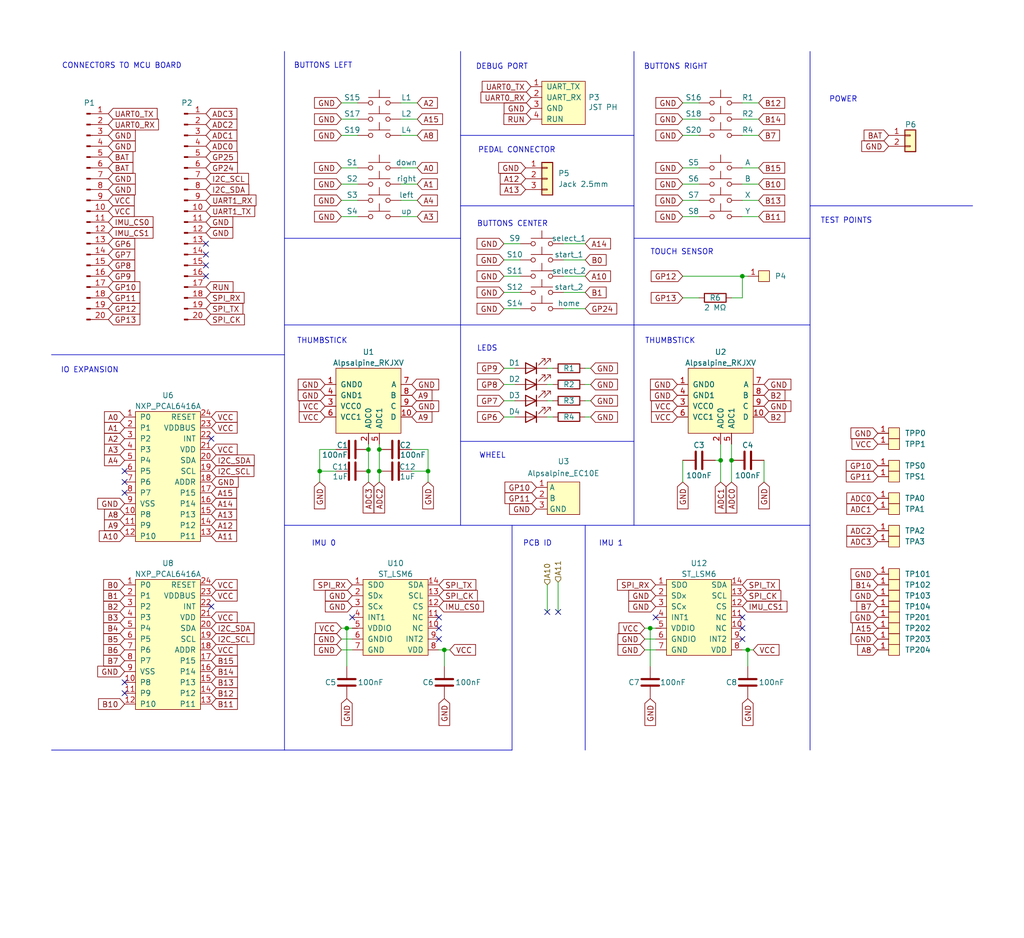
<source format=kicad_sch>
(kicad_sch (version 20231120) (generator "eeschema") (generator_version "8.0")
  (paper "User" 240.005 220.015)
  (title_block (title "Alpakka") (company "Input Labs Oy."))
  (junction (at 88.9 110.49))
  (junction (at 86.36 105.41))
  (junction (at 100.33 110.49))
  (junction (at 88.9 105.41))
  (junction (at 86.36 110.49))
  (junction (at 104.14 152.4))
  (junction (at 175.26 152.4))
  (junction (at 81.28 147.32))
  (junction (at 173.99 64.77))
  (junction (at 168.91 107.95))
  (junction (at 74.93 110.49))
  (junction (at 171.45 107.95))
  (junction (at 152.4 147.32))
  (no_connect (at 130.81 143.51))
  (no_connect (at 48.26 64.77))
  (no_connect (at 29.21 160.02))
  (no_connect (at 82.55 144.78))
  (no_connect (at 153.67 144.78))
  (no_connect (at 128.27 143.51))
  (no_connect (at 49.53 142.24))
  (no_connect (at 173.99 149.86))
  (no_connect (at 173.99 144.78))
  (no_connect (at 29.21 113.03))
  (no_connect (at 48.26 57.15))
  (no_connect (at 102.87 149.86))
  (no_connect (at 29.21 110.49))
  (no_connect (at 48.26 59.69))
  (no_connect (at 102.87 147.32))
  (no_connect (at 49.53 102.87))
  (no_connect (at 29.21 162.56))
  (no_connect (at 29.21 115.57))
  (no_connect (at 173.99 147.32))
  (no_connect (at 102.87 144.78))
  (no_connect (at 48.26 62.23))
  (wire (pts (xy 173.99 24.13) (xy 177.8 24.13)))
  (wire (pts (xy 80.01 149.86) (xy 82.55 149.86)))
  (wire (pts (xy 160.02 69.85) (xy 163.83 69.85)))
  (polyline (pts (xy 66.675 123.19) (xy 189.865 123.19)))
  (polyline (pts (xy 189.865 48.26) (xy 227.965 48.26)))
  (polyline (pts (xy 107.95 103.505) (xy 148.59 103.505)))
  (wire (pts (xy 153.67 147.32) (xy 152.4 147.32)))
  (wire (pts (xy 160.02 46.99) (xy 163.83 46.99)))
  (wire (pts (xy 80.01 27.94) (xy 83.82 27.94)))
  (wire (pts (xy 129.54 93.98) (xy 128.27 93.98)))
  (wire (pts (xy 81.28 147.32) (xy 80.01 147.32)))
  (polyline (pts (xy 189.865 76.2) (xy 148.59 76.2)))
  (wire (pts (xy 138.43 90.17) (xy 137.16 90.17)))
  (wire (pts (xy 80.01 43.18) (xy 83.82 43.18)))
  (wire (pts (xy 132.08 72.39) (xy 137.16 72.39)))
  (wire (pts (xy 168.91 107.95) (xy 168.91 113.03)))
  (wire (pts (xy 118.11 68.58) (xy 121.92 68.58)))
  (wire (pts (xy 80.01 24.13) (xy 83.82 24.13)))
  (polyline (pts (xy 148.59 76.2) (xy 107.95 76.2)))
  (wire (pts (xy 74.93 110.49) (xy 74.93 113.03)))
  (wire (pts (xy 173.99 43.18) (xy 177.8 43.18)))
  (wire (pts (xy 171.45 104.14) (xy 171.45 107.95)))
  (wire (pts (xy 93.98 31.75) (xy 97.79 31.75)))
  (wire (pts (xy 173.99 39.37) (xy 177.8 39.37)))
  (wire (pts (xy 132.08 68.58) (xy 137.16 68.58)))
  (wire (pts (xy 88.9 110.49) (xy 88.9 113.03)))
  (wire (pts (xy 93.98 43.18) (xy 97.79 43.18)))
  (wire (pts (xy 86.36 104.14) (xy 86.36 105.41)))
  (wire (pts (xy 138.43 86.36) (xy 137.16 86.36)))
  (wire (pts (xy 171.45 69.85) (xy 173.99 69.85)))
  (wire (pts (xy 100.33 105.41) (xy 100.33 110.49)))
  (wire (pts (xy 88.9 105.41) (xy 88.9 110.49)))
  (wire (pts (xy 179.07 113.03) (xy 179.07 107.95)))
  (wire (pts (xy 173.99 64.77) (xy 175.26 64.77)))
  (wire (pts (xy 128.27 137.16) (xy 128.27 143.51)))
  (wire (pts (xy 151.13 149.86) (xy 153.67 149.86)))
  (wire (pts (xy 82.55 147.32) (xy 81.28 147.32)))
  (wire (pts (xy 175.26 152.4) (xy 175.26 156.21)))
  (wire (pts (xy 173.99 31.75) (xy 177.8 31.75)))
  (wire (pts (xy 173.99 64.77) (xy 173.99 69.85)))
  (wire (pts (xy 102.87 152.4) (xy 104.14 152.4)))
  (wire (pts (xy 86.36 110.49) (xy 86.36 113.03)))
  (polyline (pts (xy 12.065 175.895) (xy 120.015 175.895)))
  (wire (pts (xy 132.08 57.15) (xy 137.16 57.15)))
  (wire (pts (xy 74.93 105.41) (xy 74.93 110.49)))
  (wire (pts (xy 175.26 152.4) (xy 176.53 152.4)))
  (wire (pts (xy 132.08 60.96) (xy 137.16 60.96)))
  (wire (pts (xy 160.02 27.94) (xy 163.83 27.94)))
  (wire (pts (xy 171.45 107.95) (xy 171.45 113.03)))
  (wire (pts (xy 151.13 152.4) (xy 153.67 152.4)))
  (wire (pts (xy 129.54 97.79) (xy 128.27 97.79)))
  (wire (pts (xy 160.02 31.75) (xy 163.83 31.75)))
  (wire (pts (xy 86.36 105.41) (xy 86.36 110.49)))
  (wire (pts (xy 93.98 39.37) (xy 97.79 39.37)))
  (wire (pts (xy 100.33 110.49) (xy 100.33 113.03)))
  (wire (pts (xy 173.99 46.99) (xy 177.8 46.99)))
  (wire (pts (xy 93.98 50.8) (xy 97.79 50.8)))
  (wire (pts (xy 129.54 90.17) (xy 128.27 90.17)))
  (wire (pts (xy 118.11 93.98) (xy 120.65 93.98)))
  (polyline (pts (xy 107.95 48.26) (xy 148.59 48.26)))
  (wire (pts (xy 118.11 72.39) (xy 121.92 72.39)))
  (wire (pts (xy 118.11 86.36) (xy 120.65 86.36)))
  (wire (pts (xy 160.02 107.95) (xy 160.02 113.03)))
  (wire (pts (xy 132.08 64.77) (xy 137.16 64.77)))
  (wire (pts (xy 96.52 110.49) (xy 100.33 110.49)))
  (polyline (pts (xy 12.065 83.185) (xy 66.675 83.185)))
  (wire (pts (xy 80.01 39.37) (xy 83.82 39.37)))
  (wire (pts (xy 80.01 50.8) (xy 83.82 50.8)))
  (wire (pts (xy 80.01 152.4) (xy 82.55 152.4)))
  (wire (pts (xy 118.11 57.15) (xy 121.92 57.15)))
  (polyline (pts (xy 137.16 123.19) (xy 137.16 175.895)))
  (wire (pts (xy 88.9 104.14) (xy 88.9 105.41)))
  (wire (pts (xy 93.98 24.13) (xy 97.79 24.13)))
  (polyline (pts (xy 148.59 12.065) (xy 148.59 123.19)))
  (wire (pts (xy 104.14 152.4) (xy 105.41 152.4)))
  (wire (pts (xy 104.14 152.4) (xy 104.14 156.21)))
  (wire (pts (xy 74.93 110.49) (xy 78.74 110.49)))
  (wire (pts (xy 173.99 152.4) (xy 175.26 152.4)))
  (wire (pts (xy 160.02 43.18) (xy 163.83 43.18)))
  (wire (pts (xy 118.11 64.77) (xy 121.92 64.77)))
  (polyline (pts (xy 66.675 55.88) (xy 107.95 55.88)))
  (polyline (pts (xy 107.95 76.2) (xy 66.675 76.2)))
  (wire (pts (xy 118.11 60.96) (xy 121.92 60.96)))
  (polyline (pts (xy 107.95 31.75) (xy 148.59 31.75)))
  (wire (pts (xy 93.98 46.99) (xy 97.79 46.99)))
  (wire (pts (xy 80.01 46.99) (xy 83.82 46.99)))
  (wire (pts (xy 152.4 147.32) (xy 151.13 147.32)))
  (wire (pts (xy 160.02 50.8) (xy 163.83 50.8)))
  (wire (pts (xy 138.43 93.98) (xy 137.16 93.98)))
  (wire (pts (xy 80.01 31.75) (xy 83.82 31.75)))
  (polyline (pts (xy 120.015 175.895) (xy 120.015 123.19)))
  (wire (pts (xy 173.99 50.8) (xy 177.8 50.8)))
  (wire (pts (xy 160.02 24.13) (xy 163.83 24.13)))
  (wire (pts (xy 173.99 64.77) (xy 160.02 64.77)))
  (wire (pts (xy 96.52 105.41) (xy 100.33 105.41)))
  (wire (pts (xy 130.81 136.525) (xy 130.81 143.51)))
  (wire (pts (xy 160.02 39.37) (xy 163.83 39.37)))
  (wire (pts (xy 129.54 86.36) (xy 128.27 86.36)))
  (wire (pts (xy 118.11 90.17) (xy 120.65 90.17)))
  (wire (pts (xy 74.93 105.41) (xy 78.74 105.41)))
  (wire (pts (xy 173.99 27.94) (xy 177.8 27.94)))
  (wire (pts (xy 93.98 27.94) (xy 97.79 27.94)))
  (wire (pts (xy 118.11 97.79) (xy 120.65 97.79)))
  (polyline (pts (xy 66.675 12.065) (xy 66.675 175.895)))
  (wire (pts (xy 168.91 107.95) (xy 167.64 107.95)))
  (wire (pts (xy 152.4 156.21) (xy 152.4 147.32)))
  (polyline (pts (xy 189.865 12.065) (xy 189.865 175.895)))
  (wire (pts (xy 138.43 97.79) (xy 137.16 97.79)))
  (polyline (pts (xy 107.95 12.065) (xy 107.95 123.19)))
  (wire (pts (xy 168.91 104.14) (xy 168.91 107.95)))
  (wire (pts (xy 81.28 156.21) (xy 81.28 147.32)))
  (polyline (pts (xy 148.59 55.88) (xy 189.865 55.88)))
  (text "WHEEL\n" (at 112.268 106.172 0) (effects (font (size 1.27 1.27)) (justify left top)))
  (text "DEBUG PORT" (at 111.506 14.986 0) (effects (font (size 1.27 1.27)) (justify left top)))
  (text "THUMBSTICK" (at 151.13 80.772 0) (effects (font (size 1.27 1.27)) (justify left bottom)))
  (text "THUMBSTICK" (at 69.596 80.772 0) (effects (font (size 1.27 1.27)) (justify left bottom)))
  (text "IMU 0" (at 73.025 128.27 0) (effects (font (size 1.27 1.27)) (justify left bottom)))
  (text "PCB ID" (at 122.555 128.27 0) (effects (font (size 1.27 1.27)) (justify left bottom)))
  (text "IMU 1" (at 140.335 128.27 0) (effects (font (size 1.27 1.27)) (justify left bottom)))
  (text "BUTTONS CENTER" (at 111.76 53.34 0) (effects (font (size 1.27 1.27)) (justify left bottom)))
  (text "TEST POINTS" (at 192.278 52.578 0) (effects (font (size 1.27 1.27)) (justify left bottom)))
  (text "CONNECTORS TO MCU BOARD\n" (at 14.478 16.256 0) (effects (font (size 1.27 1.27)) (justify left bottom)))
  (text "PEDAL CONNECTOR" (at 112.014 34.544 0) (effects (font (size 1.27 1.27)) (justify left top)))
  (text "TOUCH SENSOR" (at 152.4 59.944 0) (effects (font (size 1.27 1.27)) (justify left bottom)))
  (text "IO EXPANSION" (at 14.224 87.63 0) (effects (font (size 1.27 1.27)) (justify left bottom)))
  (text "LEDS" (at 111.76 82.55 0) (effects (font (size 1.27 1.27)) (justify left bottom)))
  (text "BUTTONS LEFT" (at 68.834 14.732 0) (effects (font (size 1.27 1.27)) (justify left top)))
  (text "BUTTONS RIGHT" (at 150.876 14.986 0) (effects (font (size 1.27 1.27)) (justify left top)))
  (text "POWER" (at 194.31 24.13 0) (effects (font (size 1.27 1.27)) (justify left bottom)))
  (global_label "B0" (shape input) (at 137.16 60.96 0) (property "Intersheetrefs" "${INTERSHEET_REFS}" (effects (hide yes))))
  (global_label "I2C_SCL" (shape input) (at 49.53 110.49 0) (property "Intersheetrefs" "${INTERSHEET_REFS}" (effects (hide yes))))
  (global_label "VCC" (shape input) (at 80.01 147.32 180) (property "Intersheetrefs" "${INTERSHEET_REFS}" (effects (hide yes))))
  (global_label "B12" (shape input) (at 177.8 24.13 0) (property "Intersheetrefs" "${INTERSHEET_REFS}" (effects (hide yes))))
  (global_label "GP11" (shape input) (at 205.74 111.76 180) (property "Intersheetrefs" "${INTERSHEET_REFS}" (effects (hide yes))))
  (global_label "GND" (shape input) (at 205.74 134.62 180) (property "Intersheetrefs" "${INTERSHEET_REFS}" (effects (hide yes))))
  (global_label "IMU_CS1" (shape input) (at 25.4 54.61 0) (property "Intersheetrefs" "${INTERSHEET_REFS}" (effects (hide yes))))
  (global_label "I2C_SCL" (shape input) (at 48.26 41.91 0) (property "Intersheetrefs" "${INTERSHEET_REFS}" (effects (hide yes))))
  (global_label "GND" (shape input) (at 80.01 152.4 180) (property "Intersheetrefs" "${INTERSHEET_REFS}" (effects (hide yes))))
  (global_label "GND" (shape input) (at 76.2 92.71 180) (property "Intersheetrefs" "${INTERSHEET_REFS}" (effects (hide yes))))
  (global_label "SPI_TX" (shape input) (at 48.26 72.39 0) (property "Intersheetrefs" "${INTERSHEET_REFS}" (effects (hide yes))))
  (global_label "GND" (shape input) (at 96.52 90.17 0) (property "Intersheetrefs" "${INTERSHEET_REFS}" (effects (hide yes))))
  (global_label "B14" (shape input) (at 205.74 137.16 180) (property "Intersheetrefs" "${INTERSHEET_REFS}" (effects (hide yes))))
  (global_label "GND" (shape input) (at 205.74 149.86 180) (property "Intersheetrefs" "${INTERSHEET_REFS}" (effects (hide yes))))
  (global_label "BAT" (shape input) (at 208.28 31.75 180) (property "Intersheetrefs" "${INTERSHEET_REFS}" (effects (hide yes))))
  (global_label "A15" (shape input) (at 49.53 115.57 0) (property "Intersheetrefs" "${INTERSHEET_REFS}" (effects (hide yes))))
  (global_label "A14" (shape input) (at 49.53 118.11 0) (property "Intersheetrefs" "${INTERSHEET_REFS}" (effects (hide yes))))
  (global_label "ADC0" (shape input) (at 205.74 116.84 180) (property "Intersheetrefs" "${INTERSHEET_REFS}" (effects (hide yes))))
  (global_label "GND" (shape input) (at 160.02 24.13 180) (property "Intersheetrefs" "${INTERSHEET_REFS}" (effects (hide yes))))
  (global_label "VCC" (shape input) (at 176.53 152.4 0) (property "Intersheetrefs" "${INTERSHEET_REFS}" (effects (hide yes))))
  (global_label "BAT" (shape input) (at 25.4 39.37 0) (property "Intersheetrefs" "${INTERSHEET_REFS}" (effects (hide yes))))
  (global_label "IMU_CS0" (shape input) (at 25.4 52.07 0) (property "Intersheetrefs" "${INTERSHEET_REFS}" (effects (hide yes))))
  (global_label "I2C_SDA" (shape input) (at 49.53 147.32 0) (property "Intersheetrefs" "${INTERSHEET_REFS}" (effects (hide yes))))
  (global_label "GND" (shape input) (at 138.43 86.36 0) (property "Intersheetrefs" "${INTERSHEET_REFS}" (effects (hide yes))))
  (global_label "A4" (shape input) (at 97.79 46.99 0) (property "Intersheetrefs" "${INTERSHEET_REFS}" (effects (hide yes))))
  (global_label "SPI_RX" (shape input) (at 153.67 137.16 180) (property "Intersheetrefs" "${INTERSHEET_REFS}" (effects (hide yes))))
  (global_label "GND" (shape input) (at 179.07 113.03 270) (property "Intersheetrefs" "${INTERSHEET_REFS}" (effects (hide yes))))
  (global_label "A4" (shape input) (at 29.21 107.95 180) (property "Intersheetrefs" "${INTERSHEET_REFS}" (effects (hide yes))))
  (global_label "VCC" (shape input) (at 49.53 144.78 0) (property "Intersheetrefs" "${INTERSHEET_REFS}" (effects (hide yes))))
  (global_label "GND" (shape input) (at 118.11 57.15 180) (property "Intersheetrefs" "${INTERSHEET_REFS}" (effects (hide yes))))
  (global_label "GP11" (shape input) (at 25.4 69.85 0) (property "Intersheetrefs" "${INTERSHEET_REFS}" (effects (hide yes))))
  (global_label "GND" (shape input) (at 118.11 72.39 180) (property "Intersheetrefs" "${INTERSHEET_REFS}" (effects (hide yes))))
  (global_label "GP10" (shape input) (at 25.4 67.31 0) (property "Intersheetrefs" "${INTERSHEET_REFS}" (effects (hide yes))))
  (global_label "SPI_CK" (shape input) (at 102.87 139.7 0) (property "Intersheetrefs" "${INTERSHEET_REFS}" (effects (hide yes))))
  (global_label "SPI_CK" (shape input) (at 48.26 74.93 0) (property "Intersheetrefs" "${INTERSHEET_REFS}" (effects (hide yes))))
  (global_label "GND" (shape input) (at 76.2 90.17 180) (property "Intersheetrefs" "${INTERSHEET_REFS}" (effects (hide yes))))
  (global_label "A8" (shape input) (at 205.74 152.4 180) (property "Intersheetrefs" "${INTERSHEET_REFS}" (effects (hide yes))))
  (global_label "I2C_SDA" (shape input) (at 49.53 107.95 0) (property "Intersheetrefs" "${INTERSHEET_REFS}" (effects (hide yes))))
  (global_label "GND" (shape input) (at 151.13 152.4 180) (property "Intersheetrefs" "${INTERSHEET_REFS}" (effects (hide yes))))
  (global_label "BAT" (shape input) (at 25.4 36.83 0) (property "Intersheetrefs" "${INTERSHEET_REFS}" (effects (hide yes))))
  (global_label "GND" (shape input) (at 96.52 95.25 0) (property "Intersheetrefs" "${INTERSHEET_REFS}" (effects (hide yes))))
  (global_label "GP9" (shape input) (at 25.4 64.77 0) (property "Intersheetrefs" "${INTERSHEET_REFS}" (effects (hide yes))))
  (global_label "VCC" (shape input) (at 49.53 152.4 0) (property "Intersheetrefs" "${INTERSHEET_REFS}" (effects (hide yes))))
  (global_label "ADC0" (shape input) (at 171.45 113.03 270) (property "Intersheetrefs" "${INTERSHEET_REFS}" (effects (hide yes))))
  (global_label "GND" (shape input) (at 48.26 52.07 0) (property "Intersheetrefs" "${INTERSHEET_REFS}" (effects (hide yes))))
  (global_label "B11" (shape input) (at 49.53 165.1 0) (property "Intersheetrefs" "${INTERSHEET_REFS}" (effects (hide yes))))
  (global_label "VCC" (shape input) (at 49.53 100.33 0) (property "Intersheetrefs" "${INTERSHEET_REFS}" (effects (hide yes))))
  (global_label "UART1_RX" (shape input) (at 48.26 46.99 0) (property "Intersheetrefs" "${INTERSHEET_REFS}" (effects (hide yes))))
  (global_label "GND" (shape input) (at 80.01 27.94 180) (property "Intersheetrefs" "${INTERSHEET_REFS}" (effects (hide yes))))
  (global_label "B1" (shape input) (at 137.16 68.58 0) (property "Intersheetrefs" "${INTERSHEET_REFS}" (effects (hide yes))))
  (global_label "GP6" (shape input) (at 118.11 97.79 180) (property "Intersheetrefs" "${INTERSHEET_REFS}" (effects (hide yes))))
  (global_label "SPI_RX" (shape input) (at 82.55 137.16 180) (property "Intersheetrefs" "${INTERSHEET_REFS}" (effects (hide yes))))
  (global_label "A9" (shape input) (at 29.21 123.19 180) (property "Intersheetrefs" "${INTERSHEET_REFS}" (effects (hide yes))))
  (global_label "A2" (shape input) (at 29.21 102.87 180) (property "Intersheetrefs" "${INTERSHEET_REFS}" (effects (hide yes))))
  (global_label "GP8" (shape input) (at 25.4 62.23 0) (property "Intersheetrefs" "${INTERSHEET_REFS}" (effects (hide yes))))
  (global_label "GND" (shape input) (at 118.11 60.96 180) (property "Intersheetrefs" "${INTERSHEET_REFS}" (effects (hide yes))))
  (global_label "GND" (shape input) (at 80.01 24.13 180) (property "Intersheetrefs" "${INTERSHEET_REFS}" (effects (hide yes))))
  (global_label "VCC" (shape input) (at 151.13 147.32 180) (property "Intersheetrefs" "${INTERSHEET_REFS}" (effects (hide yes))))
  (global_label "VCC" (shape input) (at 158.75 97.79 180) (property "Intersheetrefs" "${INTERSHEET_REFS}" (effects (hide yes))))
  (global_label "I2C_SDA" (shape input) (at 48.26 44.45 0) (property "Intersheetrefs" "${INTERSHEET_REFS}" (effects (hide yes))))
  (global_label "GND" (shape input) (at 138.43 97.79 0) (property "Intersheetrefs" "${INTERSHEET_REFS}" (effects (hide yes))))
  (global_label "A1" (shape input) (at 29.21 100.33 180) (property "Intersheetrefs" "${INTERSHEET_REFS}" (effects (hide yes))))
  (global_label "GP24" (shape input) (at 137.16 72.39 0) (property "Intersheetrefs" "${INTERSHEET_REFS}" (effects (hide yes))))
  (global_label "ADC1" (shape input) (at 168.91 113.03 270) (property "Intersheetrefs" "${INTERSHEET_REFS}" (effects (hide yes))))
  (global_label "GP13" (shape input) (at 160.02 69.85 180) (property "Intersheetrefs" "${INTERSHEET_REFS}" (effects (hide yes))))
  (global_label "GND" (shape input) (at 82.55 139.7 180) (property "Intersheetrefs" "${INTERSHEET_REFS}" (effects (hide yes))))
  (global_label "GND" (shape input) (at 160.02 31.75 180) (property "Intersheetrefs" "${INTERSHEET_REFS}" (effects (hide yes))))
  (global_label "GP11" (shape input) (at 125.73 116.84 180) (property "Intersheetrefs" "${INTERSHEET_REFS}" (effects (hide yes))))
  (global_label "B3" (shape input) (at 29.21 144.78 180) (property "Intersheetrefs" "${INTERSHEET_REFS}" (effects (hide yes))))
  (global_label "B2" (shape input) (at 29.21 142.24 180) (property "Intersheetrefs" "${INTERSHEET_REFS}" (effects (hide yes))))
  (global_label "GP9" (shape input) (at 118.11 86.36 180) (property "Intersheetrefs" "${INTERSHEET_REFS}" (effects (hide yes))))
  (global_label "B11" (shape input) (at 177.8 50.8 0) (property "Intersheetrefs" "${INTERSHEET_REFS}" (effects (hide yes))))
  (global_label "GND" (shape input) (at 153.67 139.7 180) (property "Intersheetrefs" "${INTERSHEET_REFS}" (effects (hide yes))))
  (global_label "SPI_CK" (shape input) (at 173.99 139.7 0) (property "Intersheetrefs" "${INTERSHEET_REFS}" (effects (hide yes))))
  (global_label "IMU_CS0" (shape input) (at 102.87 142.24 0) (property "Intersheetrefs" "${INTERSHEET_REFS}" (effects (hide yes))))
  (global_label "B15" (shape input) (at 49.53 154.94 0) (property "Intersheetrefs" "${INTERSHEET_REFS}" (effects (hide yes))))
  (global_label "ADC2" (shape input) (at 48.26 29.21 0) (property "Intersheetrefs" "${INTERSHEET_REFS}" (effects (hide yes))))
  (global_label "ADC3" (shape input) (at 205.74 127 180) (property "Intersheetrefs" "${INTERSHEET_REFS}" (effects (hide yes))))
  (global_label "GP12" (shape input) (at 160.02 64.77 180) (property "Intersheetrefs" "${INTERSHEET_REFS}" (effects (hide yes))))
  (global_label "VCC" (shape input) (at 49.53 139.7 0) (property "Intersheetrefs" "${INTERSHEET_REFS}" (effects (hide yes))))
  (global_label "A10" (shape input) (at 137.16 64.77 0) (property "Intersheetrefs" "${INTERSHEET_REFS}" (effects (hide yes))))
  (global_label "A0" (shape input) (at 97.79 39.37 0) (property "Intersheetrefs" "${INTERSHEET_REFS}" (effects (hide yes))))
  (global_label "A10" (shape input) (at 29.21 125.73 180) (property "Intersheetrefs" "${INTERSHEET_REFS}" (effects (hide yes))))
  (global_label "GND" (shape input) (at 205.74 144.78 180) (property "Intersheetrefs" "${INTERSHEET_REFS}" (effects (hide yes))))
  (global_label "A3" (shape input) (at 29.21 105.41 180) (property "Intersheetrefs" "${INTERSHEET_REFS}" (effects (hide yes))))
  (global_label "GND" (shape input) (at 104.14 163.83 270) (property "Intersheetrefs" "${INTERSHEET_REFS}" (effects (hide yes))))
  (global_label "GND" (shape input) (at 80.01 39.37 180) (property "Intersheetrefs" "${INTERSHEET_REFS}" (effects (hide yes))))
  (global_label "GP7" (shape input) (at 118.11 93.98 180) (property "Intersheetrefs" "${INTERSHEET_REFS}" (effects (hide yes))))
  (global_label "GND" (shape input) (at 80.01 31.75 180) (property "Intersheetrefs" "${INTERSHEET_REFS}" (effects (hide yes))))
  (global_label "GP12" (shape input) (at 25.4 72.39 0) (property "Intersheetrefs" "${INTERSHEET_REFS}" (effects (hide yes))))
  (global_label "GND" (shape input) (at 49.53 113.03 0) (property "Intersheetrefs" "${INTERSHEET_REFS}" (effects (hide yes))))
  (global_label "GND" (shape input) (at 74.93 113.03 270) (property "Intersheetrefs" "${INTERSHEET_REFS}" (effects (hide yes))))
  (global_label "A2" (shape input) (at 97.79 24.13 0) (property "Intersheetrefs" "${INTERSHEET_REFS}" (effects (hide yes))))
  (global_label "VCC" (shape input) (at 76.2 97.79 180) (property "Intersheetrefs" "${INTERSHEET_REFS}" (effects (hide yes))))
  (global_label "B0" (shape input) (at 29.21 137.16 180) (property "Intersheetrefs" "${INTERSHEET_REFS}" (effects (hide yes))))
  (global_label "GP7" (shape input) (at 25.4 59.69 0) (property "Intersheetrefs" "${INTERSHEET_REFS}" (effects (hide yes))))
  (global_label "A14" (shape input) (at 137.16 57.15 0) (property "Intersheetrefs" "${INTERSHEET_REFS}" (effects (hide yes))))
  (global_label "GND" (shape input) (at 179.07 95.25 0) (property "Intersheetrefs" "${INTERSHEET_REFS}" (effects (hide yes))))
  (global_label "GP25" (shape input) (at 48.26 36.83 0) (property "Intersheetrefs" "${INTERSHEET_REFS}" (effects (hide yes))))
  (global_label "ADC3" (shape input) (at 86.36 113.03 270) (property "Intersheetrefs" "${INTERSHEET_REFS}" (effects (hide yes))))
  (global_label "GND" (shape input) (at 81.28 163.83 270) (property "Intersheetrefs" "${INTERSHEET_REFS}" (effects (hide yes))))
  (global_label "GND" (shape input) (at 158.75 90.17 180) (property "Intersheetrefs" "${INTERSHEET_REFS}" (effects (hide yes))))
  (global_label "VCC" (shape input) (at 205.74 104.14 180) (property "Intersheetrefs" "${INTERSHEET_REFS}" (effects (hide yes))))
  (global_label "A9" (shape input) (at 96.52 92.71 0) (property "Intersheetrefs" "${INTERSHEET_REFS}" (effects (hide yes))))
  (global_label "SPI_TX" (shape input) (at 102.87 137.16 0) (property "Intersheetrefs" "${INTERSHEET_REFS}" (effects (hide yes))))
  (global_label "GND" (shape input) (at 25.4 31.75 0) (property "Intersheetrefs" "${INTERSHEET_REFS}" (effects (hide yes))))
  (global_label "GP24" (shape input) (at 48.26 39.37 0) (property "Intersheetrefs" "${INTERSHEET_REFS}" (effects (hide yes))))
  (global_label "GND" (shape input) (at 152.4 163.83 270) (property "Intersheetrefs" "${INTERSHEET_REFS}" (effects (hide yes))))
  (global_label "B10" (shape input) (at 177.8 43.18 0) (property "Intersheetrefs" "${INTERSHEET_REFS}" (effects (hide yes))))
  (global_label "A13" (shape input) (at 123.19 44.45 180) (property "Intersheetrefs" "${INTERSHEET_REFS}" (effects (hide yes))))
  (global_label "ADC0" (shape input) (at 48.26 34.29 0) (property "Intersheetrefs" "${INTERSHEET_REFS}" (effects (hide yes))))
  (global_label "GND" (shape input) (at 124.46 25.4 180) (property "Intersheetrefs" "${INTERSHEET_REFS}" (effects (hide yes))))
  (global_label "GP6" (shape input) (at 25.4 57.15 0) (property "Intersheetrefs" "${INTERSHEET_REFS}" (effects (hide yes))))
  (global_label "A8" (shape input) (at 97.79 31.75 0) (property "Intersheetrefs" "${INTERSHEET_REFS}" (effects (hide yes))))
  (global_label "GND" (shape input) (at 160.02 43.18 180) (property "Intersheetrefs" "${INTERSHEET_REFS}" (effects (hide yes))))
  (global_label "RUN" (shape input) (at 48.26 67.31 0) (property "Intersheetrefs" "${INTERSHEET_REFS}" (effects (hide yes))))
  (global_label "B5" (shape input) (at 29.21 149.86 180) (property "Intersheetrefs" "${INTERSHEET_REFS}" (effects (hide yes))))
  (global_label "I2C_SCL" (shape input) (at 49.53 149.86 0) (property "Intersheetrefs" "${INTERSHEET_REFS}" (effects (hide yes))))
  (global_label "VCC" (shape input) (at 25.4 49.53 0) (property "Intersheetrefs" "${INTERSHEET_REFS}" (effects (hide yes))))
  (global_label "UART0_TX" (shape input) (at 124.46 20.32 180) (property "Intersheetrefs" "${INTERSHEET_REFS}" (effects (hide yes))))
  (global_label "SPI_TX" (shape input) (at 173.99 137.16 0) (property "Intersheetrefs" "${INTERSHEET_REFS}" (effects (hide yes))))
  (global_label "A3" (shape input) (at 97.79 50.8 0) (property "Intersheetrefs" "${INTERSHEET_REFS}" (effects (hide yes))))
  (global_label "UART0_TX" (shape input) (at 25.4 26.67 0) (property "Intersheetrefs" "${INTERSHEET_REFS}" (effects (hide yes))))
  (global_label "GND" (shape input) (at 138.43 90.17 0) (property "Intersheetrefs" "${INTERSHEET_REFS}" (effects (hide yes))))
  (global_label "VCC" (shape input) (at 158.75 95.25 180) (property "Intersheetrefs" "${INTERSHEET_REFS}" (effects (hide yes))))
  (global_label "GND" (shape input) (at 151.13 149.86 180) (property "Intersheetrefs" "${INTERSHEET_REFS}" (effects (hide yes))))
  (global_label "GND" (shape input) (at 160.02 46.99 180) (property "Intersheetrefs" "${INTERSHEET_REFS}" (effects (hide yes))))
  (global_label "GND" (shape input) (at 205.74 139.7 180) (property "Intersheetrefs" "${INTERSHEET_REFS}" (effects (hide yes))))
  (global_label "B10" (shape input) (at 29.21 165.1 180) (property "Intersheetrefs" "${INTERSHEET_REFS}" (effects (hide yes))))
  (global_label "IMU_CS1" (shape input) (at 173.99 142.24 0) (property "Intersheetrefs" "${INTERSHEET_REFS}" (effects (hide yes))))
  (global_label "B6" (shape input) (at 29.21 152.4 180) (property "Intersheetrefs" "${INTERSHEET_REFS}" (effects (hide yes))))
  (global_label "GND" (shape input) (at 160.02 27.94 180) (property "Intersheetrefs" "${INTERSHEET_REFS}" (effects (hide yes))))
  (global_label "ADC1" (shape input) (at 205.74 119.38 180) (property "Intersheetrefs" "${INTERSHEET_REFS}" (effects (hide yes))))
  (global_label "GND" (shape input) (at 25.4 41.91 0) (property "Intersheetrefs" "${INTERSHEET_REFS}" (effects (hide yes))))
  (global_label "GND" (shape input) (at 80.01 149.86 180) (property "Intersheetrefs" "${INTERSHEET_REFS}" (effects (hide yes))))
  (global_label "GND" (shape input) (at 100.33 113.03 270) (property "Intersheetrefs" "${INTERSHEET_REFS}" (effects (hide yes))))
  (global_label "B7" (shape input) (at 177.8 31.75 0) (property "Intersheetrefs" "${INTERSHEET_REFS}" (effects (hide yes))))
  (global_label "GND" (shape input) (at 29.21 157.48 180) (property "Intersheetrefs" "${INTERSHEET_REFS}" (effects (hide yes))))
  (global_label "UART1_TX" (shape input) (at 48.26 49.53 0) (property "Intersheetrefs" "${INTERSHEET_REFS}" (effects (hide yes))))
  (global_label "B14" (shape input) (at 49.53 157.48 0) (property "Intersheetrefs" "${INTERSHEET_REFS}" (effects (hide yes))))
  (global_label "B12" (shape input) (at 49.53 162.56 0) (property "Intersheetrefs" "${INTERSHEET_REFS}" (effects (hide yes))))
  (global_label "GP13" (shape input) (at 25.4 74.93 0) (property "Intersheetrefs" "${INTERSHEET_REFS}" (effects (hide yes))))
  (global_label "B13" (shape input) (at 177.8 46.99 0) (property "Intersheetrefs" "${INTERSHEET_REFS}" (effects (hide yes))))
  (global_label "GND" (shape input) (at 80.01 46.99 180) (property "Intersheetrefs" "${INTERSHEET_REFS}" (effects (hide yes))))
  (global_label "GND" (shape input) (at 48.26 54.61 0) (property "Intersheetrefs" "${INTERSHEET_REFS}" (effects (hide yes))))
  (global_label "GND" (shape input) (at 208.28 34.29 180) (property "Intersheetrefs" "${INTERSHEET_REFS}" (effects (hide yes))))
  (global_label "A0" (shape input) (at 29.21 97.79 180) (property "Intersheetrefs" "${INTERSHEET_REFS}" (effects (hide yes))))
  (global_label "GND" (shape input) (at 158.75 92.71 180) (property "Intersheetrefs" "${INTERSHEET_REFS}" (effects (hide yes))))
  (global_label "B1" (shape input) (at 29.21 139.7 180) (property "Intersheetrefs" "${INTERSHEET_REFS}" (effects (hide yes))))
  (global_label "SPI_RX" (shape input) (at 48.26 69.85 0) (property "Intersheetrefs" "${INTERSHEET_REFS}" (effects (hide yes))))
  (global_label "ADC3" (shape input) (at 48.26 26.67 0) (property "Intersheetrefs" "${INTERSHEET_REFS}" (effects (hide yes))))
  (global_label "VCC" (shape input) (at 25.4 46.99 0) (property "Intersheetrefs" "${INTERSHEET_REFS}" (effects (hide yes))))
  (global_label "VCC" (shape input) (at 49.53 97.79 0) (property "Intersheetrefs" "${INTERSHEET_REFS}" (effects (hide yes))))
  (global_label "VCC" (shape input) (at 105.41 152.4 0) (property "Intersheetrefs" "${INTERSHEET_REFS}" (effects (hide yes))))
  (global_label "B15" (shape input) (at 177.8 39.37 0) (property "Intersheetrefs" "${INTERSHEET_REFS}" (effects (hide yes))))
  (global_label "GND" (shape input) (at 123.19 39.37 180) (property "Intersheetrefs" "${INTERSHEET_REFS}" (effects (hide yes))))
  (global_label "VCC" (shape input) (at 49.53 137.16 0) (property "Intersheetrefs" "${INTERSHEET_REFS}" (effects (hide yes))))
  (global_label "GND" (shape input) (at 138.43 93.98 0) (property "Intersheetrefs" "${INTERSHEET_REFS}" (effects (hide yes))))
  (global_label "GND" (shape input) (at 118.11 64.77 180) (property "Intersheetrefs" "${INTERSHEET_REFS}" (effects (hide yes))))
  (global_label "A12" (shape input) (at 49.53 123.19 0) (property "Intersheetrefs" "${INTERSHEET_REFS}" (effects (hide yes))))
  (global_label "GND" (shape input) (at 153.67 142.24 180) (property "Intersheetrefs" "${INTERSHEET_REFS}" (effects (hide yes))))
  (global_label "GND" (shape input) (at 160.02 50.8 180) (property "Intersheetrefs" "${INTERSHEET_REFS}" (effects (hide yes))))
  (global_label "GND" (shape input) (at 80.01 50.8 180) (property "Intersheetrefs" "${INTERSHEET_REFS}" (effects (hide yes))))
  (global_label "GND" (shape input) (at 118.11 68.58 180) (property "Intersheetrefs" "${INTERSHEET_REFS}" (effects (hide yes))))
  (global_label "B2" (shape input) (at 179.07 92.71 0) (property "Intersheetrefs" "${INTERSHEET_REFS}" (effects (hide yes))))
  (global_label "GND" (shape input) (at 82.55 142.24 180) (property "Intersheetrefs" "${INTERSHEET_REFS}" (effects (hide yes))))
  (global_label "GP10" (shape input) (at 125.73 114.3 180) (property "Intersheetrefs" "${INTERSHEET_REFS}" (effects (hide yes))))
  (global_label "GND" (shape input) (at 179.07 90.17 0) (property "Intersheetrefs" "${INTERSHEET_REFS}" (effects (hide yes))))
  (global_label "GND" (shape input) (at 25.4 44.45 0) (property "Intersheetrefs" "${INTERSHEET_REFS}" (effects (hide yes))))
  (global_label "GP10" (shape input) (at 205.74 109.22 180) (property "Intersheetrefs" "${INTERSHEET_REFS}" (effects (hide yes))))
  (global_label "UART0_RX" (shape input) (at 124.46 22.86 180) (property "Intersheetrefs" "${INTERSHEET_REFS}" (effects (hide yes))))
  (global_label "A15" (shape input) (at 205.74 147.32 180) (property "Intersheetrefs" "${INTERSHEET_REFS}" (effects (hide yes))))
  (global_label "A11" (shape input) (at 49.53 125.73 0) (property "Intersheetrefs" "${INTERSHEET_REFS}" (effects (hide yes))))
  (global_label "VCC" (shape input) (at 76.2 95.25 180) (property "Intersheetrefs" "${INTERSHEET_REFS}" (effects (hide yes))))
  (global_label "GP8" (shape input) (at 118.11 90.17 180) (property "Intersheetrefs" "${INTERSHEET_REFS}" (effects (hide yes))))
  (global_label "GND" (shape input) (at 160.02 39.37 180) (property "Intersheetrefs" "${INTERSHEET_REFS}" (effects (hide yes))))
  (global_label "GND" (shape input) (at 175.26 163.83 270) (property "Intersheetrefs" "${INTERSHEET_REFS}" (effects (hide yes))))
  (global_label "B14" (shape input) (at 177.8 27.94 0) (property "Intersheetrefs" "${INTERSHEET_REFS}" (effects (hide yes))))
  (global_label "A12" (shape input) (at 123.19 41.91 180) (property "Intersheetrefs" "${INTERSHEET_REFS}" (effects (hide yes))))
  (global_label "B7" (shape input) (at 205.74 142.24 180) (property "Intersheetrefs" "${INTERSHEET_REFS}" (effects (hide yes))))
  (global_label "ADC2" (shape input) (at 205.74 124.46 180) (property "Intersheetrefs" "${INTERSHEET_REFS}" (effects (hide yes))))
  (global_label "ADC2" (shape input) (at 88.9 113.03 270) (property "Intersheetrefs" "${INTERSHEET_REFS}" (effects (hide yes))))
  (global_label "GND" (shape input) (at 25.4 34.29 0) (property "Intersheetrefs" "${INTERSHEET_REFS}" (effects (hide yes))))
  (global_label "B13" (shape input) (at 49.53 160.02 0) (property "Intersheetrefs" "${INTERSHEET_REFS}" (effects (hide yes))))
  (global_label "GND" (shape input) (at 80.01 43.18 180) (property "Intersheetrefs" "${INTERSHEET_REFS}" (effects (hide yes))))
  (global_label "RUN" (shape input) (at 124.46 27.94 180) (property "Intersheetrefs" "${INTERSHEET_REFS}" (effects (hide yes))))
  (global_label "ADC1" (shape input) (at 48.26 31.75 0) (property "Intersheetrefs" "${INTERSHEET_REFS}" (effects (hide yes))))
  (global_label "UART0_RX" (shape input) (at 25.4 29.21 0) (property "Intersheetrefs" "${INTERSHEET_REFS}" (effects (hide yes))))
  (global_label "A8" (shape input) (at 29.21 120.65 180) (property "Intersheetrefs" "${INTERSHEET_REFS}" (effects (hide yes))))
  (global_label "A1" (shape input) (at 97.79 43.18 0) (property "Intersheetrefs" "${INTERSHEET_REFS}" (effects (hide yes))))
  (global_label "B7" (shape input) (at 29.21 154.94 180) (property "Intersheetrefs" "${INTERSHEET_REFS}" (effects (hide yes))))
  (global_label "VCC" (shape input) (at 49.53 105.41 0) (property "Intersheetrefs" "${INTERSHEET_REFS}" (effects (hide yes))))
  (global_label "GND" (shape input) (at 205.74 101.6 180) (property "Intersheetrefs" "${INTERSHEET_REFS}" (effects (hide yes))))
  (global_label "GND" (shape input) (at 29.21 118.11 180) (property "Intersheetrefs" "${INTERSHEET_REFS}" (effects (hide yes))))
  (global_label "GND" (shape input) (at 160.02 113.03 270) (property "Intersheetrefs" "${INTERSHEET_REFS}" (effects (hide yes))))
  (global_label "B2" (shape input) (at 179.07 97.79 0) (property "Intersheetrefs" "${INTERSHEET_REFS}" (effects (hide yes))))
  (global_label "B4" (shape input) (at 29.21 147.32 180) (property "Intersheetrefs" "${INTERSHEET_REFS}" (effects (hide yes))))
  (global_label "GND" (shape input) (at 125.73 119.38 180) (property "Intersheetrefs" "${INTERSHEET_REFS}" (effects (hide yes))))
  (global_label "A13" (shape input) (at 49.53 120.65 0) (property "Intersheetrefs" "${INTERSHEET_REFS}" (effects (hide yes))))
  (global_label "A9" (shape input) (at 96.52 97.79 0) (property "Intersheetrefs" "${INTERSHEET_REFS}" (effects (hide yes))))
  (global_label "A15" (shape input) (at 97.79 27.94 0) (property "Intersheetrefs" "${INTERSHEET_REFS}" (effects (hide yes))))
  (hierarchical_label "A11" (shape input) (at 130.81 136.525 90))
  (hierarchical_label "A10" (shape input) (at 128.27 137.16 90))
  (symbol (lib_id "Switch:SW_Push") (at 88.9 24.13 0) (unit 1)
    (property "Reference" "S15" (at 82.55 22.86 0))
    (property "Value" "L1" (at 95.25 22.86 0))
    (property "Footprint" "ILO_fp:Alpsalpine_SKHHL" (effects (hide yes)))
    (property "Group" "Button forward" (effects (hide yes)))
    (property "LCSC" "C125031" (effects (hide yes)))
    (property "Mount" "TH" (effects (hide yes)))
    (property "Export" "yes" (effects (hide yes)))
  )
  (symbol (lib_id "Switch:SW_Push") (at 168.91 24.13 0) (unit 1)
    (property "Reference" "S16" (at 162.56 22.86 0))
    (property "Value" "R1" (at 175.26 22.86 0))
    (property "Footprint" "ILO_fp:Alpsalpine_SKHHL" (effects (hide yes)))
    (property "Group" "Button forward" (effects (hide yes)))
    (property "LCSC" "C125031" (effects (hide yes)))
    (property "Mount" "TH" (effects (hide yes)))
    (property "Export" "yes" (effects (hide yes)))
  )
  (symbol (lib_id "Device:R") (at 167.64 69.85 90) (unit 1)
    (property "Reference" "R6" (at 167.64 69.85 90))
    (property "Value" "2 MΩ" (at 167.64 72.136 90))
    (property "Footprint" "ILO_fp:0402" (effects (hide yes)))
    (property "LCSC" "C138014" (effects (hide yes)))
    (property "Group" "R" (effects (hide yes)))
    (property "Mount" "SMD" (effects (hide yes)))
    (property "Export" "yes" (effects (hide yes)))
  )
  (symbol (lib_id "Switch:SW_Push") (at 88.9 39.37 0) (unit 1)
    (property "Reference" "S1" (at 82.55 38.1 0))
    (property "Value" "down" (at 95.25 38.1 0))
    (property "Footprint" "ILO_fp:Alpsalpine_SKPM" (effects (hide yes)))
    (property "LCSC" "C115348" (effects (hide yes)))
    (property "Group" "Button front" (effects (hide yes)))
    (property "Mount" "SMD" (effects (hide yes)))
    (property "Export" "yes" (effects (hide yes)))
  )
  (symbol (lib_id "Switch:SW_Push") (at 88.9 43.18 0) (unit 1)
    (property "Reference" "S2" (at 82.55 41.91 0))
    (property "Value" "right" (at 95.25 41.91 0))
    (property "Footprint" "ILO_fp:Alpsalpine_SKPM" (effects (hide yes)))
    (property "LCSC" "C115348" (effects (hide yes)))
    (property "Group" "Button front" (effects (hide yes)))
    (property "Mount" "SMD" (effects (hide yes)))
    (property "Export" "yes" (effects (hide yes)))
  )
  (symbol (lib_id "Switch:SW_Push") (at 88.9 46.99 0) (unit 1)
    (property "Reference" "S3" (at 82.55 45.72 0))
    (property "Value" "left" (at 95.25 45.72 0))
    (property "Footprint" "ILO_fp:Alpsalpine_SKPM" (effects (hide yes)))
    (property "LCSC" "C115348" (effects (hide yes)))
    (property "Group" "Button front" (effects (hide yes)))
    (property "Mount" "SMD" (effects (hide yes)))
    (property "Export" "yes" (effects (hide yes)))
  )
  (symbol (lib_id "Switch:SW_Push") (at 88.9 50.8 0) (unit 1)
    (property "Reference" "S4" (at 82.55 49.53 0))
    (property "Value" "up" (at 95.25 49.53 0))
    (property "Footprint" "ILO_fp:Alpsalpine_SKPM" (effects (hide yes)))
    (property "LCSC" "C115348" (effects (hide yes)))
    (property "Group" "Button front" (effects (hide yes)))
    (property "Mount" "SMD" (effects (hide yes)))
    (property "Export" "yes" (effects (hide yes)))
  )
  (symbol (lib_id "Switch:SW_Push") (at 168.91 39.37 0) (unit 1)
    (property "Reference" "S5" (at 162.56 38.1 0))
    (property "Value" "A" (at 175.26 38.1 0))
    (property "Footprint" "ILO_fp:Alpsalpine_SKPM" (effects (hide yes)))
    (property "LCSC" "C115348" (effects (hide yes)))
    (property "Group" "Button front" (effects (hide yes)))
    (property "Mount" "SMD" (effects (hide yes)))
    (property "Export" "yes" (effects (hide yes)))
  )
  (symbol (lib_id "Switch:SW_Push") (at 168.91 43.18 0) (unit 1)
    (property "Reference" "S6" (at 162.56 41.91 0))
    (property "Value" "B" (at 175.26 41.91 0))
    (property "Footprint" "ILO_fp:Alpsalpine_SKPM" (effects (hide yes)))
    (property "LCSC" "C115348" (effects (hide yes)))
    (property "Group" "Button front" (effects (hide yes)))
    (property "Mount" "SMD" (effects (hide yes)))
    (property "Export" "yes" (effects (hide yes)))
  )
  (symbol (lib_id "Switch:SW_Push") (at 168.91 50.8 0) (unit 1)
    (property "Reference" "S8" (at 162.56 49.53 0))
    (property "Value" "Y" (at 175.26 49.53 0))
    (property "Footprint" "ILO_fp:Alpsalpine_SKPM" (effects (hide yes)))
    (property "LCSC" "C115348" (effects (hide yes)))
    (property "Group" "Button front" (effects (hide yes)))
    (property "Mount" "SMD" (effects (hide yes)))
    (property "Export" "yes" (effects (hide yes)))
  )
  (symbol (lib_id "Switch:SW_Push") (at 168.91 46.99 0) (unit 1)
    (property "Reference" "S7" (at 162.56 45.72 0))
    (property "Value" "X" (at 175.26 45.72 0))
    (property "Footprint" "ILO_fp:Alpsalpine_SKPM" (effects (hide yes)))
    (property "LCSC" "C115348" (effects (hide yes)))
    (property "Group" "Button front" (effects (hide yes)))
    (property "Mount" "SMD" (effects (hide yes)))
    (property "Export" "yes" (effects (hide yes)))
  )
  (symbol (lib_id "Device:C") (at 82.55 105.41 90) (unit 1)
    (property "Reference" "C1" (at 80.264 104.394 90))
    (property "Value" "100nF" (at 78.486 106.68 90))
    (property "Footprint" "ILO_fp:0402" (effects (hide yes)))
    (property "LCSC" "C1525" (effects (hide yes)))
    (property "Group" "C TS" (effects (hide yes)))
    (property "Mount" "SMD" (effects (hide yes)))
    (property "Export" "yes" (effects (hide yes)))
  )
  (symbol (lib_id "Device:C") (at 92.71 105.41 270) (unit 1)
    (property "Reference" "C2" (at 94.996 104.394 90))
    (property "Value" "100nF" (at 96.774 106.68 90))
    (property "Footprint" "ILO_fp:0402" (effects (hide yes)))
    (property "LCSC" "C1525" (effects (hide yes)))
    (property "Group" "C TS" (effects (hide yes)))
    (property "Mount" "SMD" (effects (hide yes)))
    (property "Export" "yes" (effects (hide yes)))
  )
  (symbol (lib_id "Switch:SW_Push") (at 127 57.15 0) (unit 1)
    (property "Reference" "S9" (at 120.65 55.88 0))
    (property "Value" "select_1" (at 133.35 55.88 0))
    (property "Footprint" "ILO_fp:Alpsalpine_SKPM" (effects (hide yes)))
    (property "LCSC" "C115348" (effects (hide yes)))
    (property "Group" "Button front" (effects (hide yes)))
    (property "Mount" "SMD" (effects (hide yes)))
    (property "Export" "yes" (effects (hide yes)))
  )
  (symbol (lib_id "Switch:SW_Push") (at 127 64.77 0) (unit 1)
    (property "Reference" "S11" (at 120.65 63.5 0))
    (property "Value" "select_2" (at 133.35 63.5 0))
    (property "Footprint" "ILO_fp:Alpsalpine_SKPM" (effects (hide yes)))
    (property "LCSC" "C115348" (effects (hide yes)))
    (property "Group" "Button front" (effects (hide yes)))
    (property "Mount" "SMD" (effects (hide yes)))
    (property "Export" "yes" (effects (hide yes)))
  )
  (symbol (lib_id "Switch:SW_Push") (at 127 60.96 0) (unit 1)
    (property "Reference" "S10" (at 120.65 59.69 0))
    (property "Value" "start_1" (at 133.35 59.69 0))
    (property "Footprint" "ILO_fp:Alpsalpine_SKPM" (effects (hide yes)))
    (property "LCSC" "C115348" (effects (hide yes)))
    (property "Group" "Button front" (effects (hide yes)))
    (property "Mount" "SMD" (effects (hide yes)))
    (property "Export" "yes" (effects (hide yes)))
  )
  (symbol (lib_id "Switch:SW_Push") (at 127 68.58 0) (unit 1)
    (property "Reference" "S12" (at 120.65 67.31 0))
    (property "Value" "start_2" (at 133.35 67.31 0))
    (property "Footprint" "ILO_fp:Alpsalpine_SKPM" (effects (hide yes)))
    (property "LCSC" "C115348" (effects (hide yes)))
    (property "Group" "Button front" (effects (hide yes)))
    (property "Mount" "SMD" (effects (hide yes)))
    (property "Export" "yes" (effects (hide yes)))
  )
  (symbol (lib_id "Switch:SW_Push") (at 88.9 27.94 0) (unit 1)
    (property "Reference" "S17" (at 82.55 26.67 0))
    (property "Value" "L2" (at 95.25 26.67 0))
    (property "Footprint" "ILO_fp:Alpsalpine_SKQG" (effects (hide yes)))
    (property "Group" "Button back" (effects (hide yes)))
    (property "LCSC" "C202424" (effects (hide yes)))
    (property "Mount" "SMD" (effects (hide yes)))
    (property "Export" "yes" (effects (hide yes)))
  )
  (symbol (lib_id "Switch:SW_Push") (at 88.9 31.75 0) (unit 1)
    (property "Reference" "S19" (at 82.55 30.48 0))
    (property "Value" "L4" (at 95.25 30.48 0))
    (property "Footprint" "ILO_fp:Alpsalpine_SKQG" (effects (hide yes)))
    (property "Group" "Button back" (effects (hide yes)))
    (property "LCSC" "C202424" (effects (hide yes)))
    (property "Mount" "SMD" (effects (hide yes)))
    (property "Export" "yes" (effects (hide yes)))
  )
  (symbol (lib_id "Switch:SW_Push") (at 168.91 27.94 0) (unit 1)
    (property "Reference" "S18" (at 162.56 26.67 0))
    (property "Value" "R2" (at 175.26 26.67 0))
    (property "Footprint" "ILO_fp:Alpsalpine_SKQG" (effects (hide yes)))
    (property "Group" "Button back" (effects (hide yes)))
    (property "LCSC" "C202424" (effects (hide yes)))
    (property "Mount" "SMD" (effects (hide yes)))
    (property "Export" "yes" (effects (hide yes)))
  )
  (symbol (lib_id "Switch:SW_Push") (at 168.91 31.75 0) (unit 1)
    (property "Reference" "S20" (at 162.56 30.48 0))
    (property "Value" "R4" (at 175.26 30.48 0))
    (property "Footprint" "ILO_fp:Alpsalpine_SKQG" (effects (hide yes)))
    (property "Group" "Button back" (effects (hide yes)))
    (property "LCSC" "C202424" (effects (hide yes)))
    (property "Mount" "SMD" (effects (hide yes)))
    (property "Export" "yes" (effects (hide yes)))
  )
  (symbol (lib_id "Switch:SW_Push") (at 127 72.39 0) (unit 1)
    (property "Reference" "S14" (at 120.65 71.12 0))
    (property "Value" "home" (at 133.35 71.12 0))
    (property "Footprint" "ILO_fp:Alpsalpine_SKPM" (effects (hide yes)))
    (property "LCSC" "C115348" (effects (hide yes)))
    (property "Group" "Button front" (effects (hide yes)))
    (property "Mount" "SMD" (effects (hide yes)))
    (property "Export" "yes" (effects (hide yes)))
  )
  (symbol (lib_id "ILO_sym:Endpoint") (at 179.07 64.77 0) (unit 1)
    (property "Reference" "P4" (at 181.61 64.77 0) (effects (justify left)))
    (property "Value" "Blade" (effects (hide yes)))
    (property "Footprint" "ILO_fp:HRO_BC-25-3P" (effects (hide yes)))
    (property "LCSC" "C707322" (effects (hide yes)))
    (property "Group" "Touch port" (effects (hide yes)))
    (property "Mount" "SMD" (effects (hide yes)))
    (property "Export" "yes" (effects (hide yes)))
  )
  (symbol (lib_id "Device:LED") (at 124.46 93.98 180) (unit 1)
    (property "Reference" "D3" (at 121.92 92.71 0) (effects (justify left)))
    (property "Value" "Diode" (effects (hide yes)))
    (property "Footprint" "ILO_fp:0603_d" (effects (hide yes)))
    (property "LCSC" "C2290" (effects (hide yes)))
    (property "Group" "LED" (effects (hide yes)))
    (property "Mount" "SMD" (effects (hide yes)))
    (property "Export" "yes" (effects (hide yes)))
  )
  (symbol (lib_id "Device:LED") (at 124.46 97.79 180) (unit 1)
    (property "Reference" "D4" (at 121.92 96.52 0) (effects (justify left)))
    (property "Value" "Diode" (effects (hide yes)))
    (property "Footprint" "ILO_fp:0603_d" (effects (hide yes)))
    (property "LCSC" "C2290" (effects (hide yes)))
    (property "Group" "LED" (effects (hide yes)))
    (property "Mount" "SMD" (effects (hide yes)))
    (property "Export" "yes" (effects (hide yes)))
  )
  (symbol (lib_id "Device:LED") (at 124.46 90.17 180) (unit 1)
    (property "Reference" "D2" (at 121.92 88.9 0) (effects (justify left)))
    (property "Value" "Diode" (effects (hide yes)))
    (property "Footprint" "ILO_fp:0603_d" (effects (hide yes)))
    (property "LCSC" "C2290" (effects (hide yes)))
    (property "Group" "LED" (effects (hide yes)))
    (property "Mount" "SMD" (effects (hide yes)))
    (property "Export" "yes" (effects (hide yes)))
  )
  (symbol (lib_id "Device:LED") (at 124.46 86.36 180) (unit 1)
    (property "Reference" "D1" (at 121.92 85.09 0) (effects (justify left)))
    (property "Value" "Diode" (effects (hide yes)))
    (property "Footprint" "ILO_fp:0603_d" (effects (hide yes)))
    (property "LCSC" "C2290" (effects (hide yes)))
    (property "Group" "LED" (effects (hide yes)))
    (property "Mount" "SMD" (effects (hide yes)))
    (property "Export" "yes" (effects (hide yes)))
  )
  (symbol (lib_id "ILO_sym:Alpsalpine_RKJXV") (at 86.36 93.98 0) (unit 1)
    (property "Reference" "U1" (at 86.36 82.55 0))
    (property "Value" "Alpsalpine_RKJXV" (at 86.36 85.09 0))
    (property "Footprint" "ILO_fp:Alpsalpine_RKJXV122400R" (effects (hide yes)))
    (property "Group" "Thumbstick" (effects (hide yes)))
    (property "LCSC" "C918854" (effects (hide yes)))
    (property "Mount" "TH" (effects (hide yes)))
    (property "Export" "yes" (effects (hide yes)))
  )
  (symbol (lib_id "ILO_sym:Debug") (at 132.08 24.13 0) (unit 1)
    (property "Reference" "P3" (at 137.8712 22.8346 0) (effects (justify left)))
    (property "Value" "JST PH" (at 137.8712 25.146 0) (effects (justify left)))
    (property "Footprint" "ILO_fp:JST_S4B-PH-SM4-K-TB" (effects (hide yes)))
    (property "LCSC" "C265332" (effects (hide yes)))
    (property "Group" "Dev port" (effects (hide yes)))
    (property "Mount" "SMD" (effects (hide yes)))
    (property "Export" "yes" (effects (hide yes)))
  )
  (symbol (lib_id "Device:R") (at 133.35 97.79 270) (unit 1)
    (property "Reference" "R4" (at 133.35 97.79 90))
    (property "Value" "20 Ω" (effects (hide yes)))
    (property "Footprint" "ILO_fp:0603" (effects (hide yes)))
    (property "LCSC" "C22950" (effects (hide yes)))
    (property "Group" "R" (effects (hide yes)))
    (property "Mount" "SMD" (effects (hide yes)))
    (property "Export" "yes" (effects (hide yes)))
  )
  (symbol (lib_id "Device:R") (at 133.35 93.98 270) (unit 1)
    (property "Reference" "R3" (at 133.35 93.98 90))
    (property "Value" "20 Ω" (effects (hide yes)))
    (property "Footprint" "ILO_fp:0603" (effects (hide yes)))
    (property "LCSC" "C22950" (effects (hide yes)))
    (property "Group" "R" (effects (hide yes)))
    (property "Mount" "SMD" (effects (hide yes)))
    (property "Export" "yes" (effects (hide yes)))
  )
  (symbol (lib_id "Device:R") (at 133.35 90.17 270) (unit 1)
    (property "Reference" "R2" (at 133.35 90.17 90))
    (property "Value" "20 Ω" (effects (hide yes)))
    (property "Footprint" "ILO_fp:0603" (effects (hide yes)))
    (property "LCSC" "C22950" (effects (hide yes)))
    (property "Group" "R" (effects (hide yes)))
    (property "Mount" "SMD" (effects (hide yes)))
    (property "Export" "yes" (effects (hide yes)))
  )
  (symbol (lib_id "Device:R") (at 133.35 86.36 270) (unit 1)
    (property "Reference" "R1" (at 133.35 86.36 90))
    (property "Value" "20 Ω" (effects (hide yes)))
    (property "Footprint" "ILO_fp:0603" (effects (hide yes)))
    (property "LCSC" "C22950" (effects (hide yes)))
    (property "Group" "R" (effects (hide yes)))
    (property "Mount" "SMD" (effects (hide yes)))
    (property "Export" "yes" (effects (hide yes)))
  )
  (symbol (lib_id "ILO_sym:ST_LSM6") (at 163.83 140.97 0) (unit 1)
    (property "Reference" "U12" (at 163.83 132.08 0))
    (property "Value" "ST_LSM6" (at 163.83 134.62 0))
    (property "Footprint" "ILO_fp:LGA14" (effects (hide yes)))
    (property "LCSC" "C784817" (effects (hide yes)))
    (property "Group" "IMU" (effects (hide yes)))
    (property "Mount" "SMD" (effects (hide yes)))
    (property "Export" "yes" (effects (hide yes)))
  )
  (symbol (lib_id "Device:C") (at 152.4 160.02 180) (unit 1)
    (property "Reference" "C7" (at 148.59 160.02 0))
    (property "Value" "100nF" (at 157.734 160.02 0))
    (property "Footprint" "ILO_fp:0402" (effects (hide yes)))
    (property "LCSC" "C1525" (effects (hide yes)))
    (property "Group" "C IMU" (effects (hide yes)))
    (property "Mount" "SMD" (effects (hide yes)))
    (property "Export" "yes" (effects (hide yes)))
  )
  (symbol (lib_id "Device:C") (at 175.26 160.02 180) (unit 1)
    (property "Reference" "C8" (at 171.45 160.02 0))
    (property "Value" "100nF" (at 180.848 160.02 0))
    (property "Footprint" "ILO_fp:0402" (effects (hide yes)))
    (property "LCSC" "C1525" (effects (hide yes)))
    (property "Group" "C IMU" (effects (hide yes)))
    (property "Mount" "SMD" (effects (hide yes)))
    (property "Export" "yes" (effects (hide yes)))
  )
  (symbol (lib_id "Device:C") (at 163.83 107.95 90) (unit 1)
    (property "Reference" "C3" (at 163.83 104.394 90))
    (property "Value" "100nF" (at 163.83 111.506 90))
    (property "Footprint" "ILO_fp:0402" (effects (hide yes)))
    (property "LCSC" "C1525" (effects (hide yes)))
    (property "Group" "C TS" (effects (hide yes)))
    (property "Mount" "SMD" (effects (hide yes)))
    (property "Export" "yes" (effects (hide yes)))
  )
  (symbol (lib_id "ILO_sym:NXP_PCAL6416A") (at 39.37 146.05 0) (unit 1)
    (property "Reference" "U8" (at 39.37 132.08 0))
    (property "Value" "NXP_PCAL6416A" (at 39.37 134.62 0))
    (property "Footprint" "ILO_fp:QFN24" (effects (hide yes)))
    (property "LCSC" "C2652287" (effects (hide yes)))
    (property "Mount" "SMD" (effects (hide yes)))
    (property "Group" "IO" (effects (hide yes)))
    (property "Export" "yes" (effects (hide yes)))
  )
  (symbol (lib_id "ILO_sym:NXP_PCAL6416A") (at 39.37 106.68 0) (unit 1)
    (property "Reference" "U6" (at 39.37 92.71 0))
    (property "Value" "NXP_PCAL6416A" (at 39.37 95.25 0))
    (property "Footprint" "ILO_fp:QFN24" (effects (hide yes)))
    (property "LCSC" "C2652287" (effects (hide yes)))
    (property "Mount" "SMD" (effects (hide yes)))
    (property "Group" "IO" (effects (hide yes)))
    (property "Export" "yes" (effects (hide yes)))
  )
  (symbol (lib_id "Connector:Conn_01x20_Pin") (at 20.32 49.53 0) (unit 1)
    (property "Reference" "P1" (at 20.955 24.13 0))
    (property "Value" "Conn_01x20_Pin" (effects (hide yes)))
    (property "Footprint" "ILO_fp:Hirose_DF12NB_receptacle" (effects (hide yes)))
    (property "Description" "Generic connector, single row, 01x20, script generated" (effects (hide yes)))
    (property "Export" "yes" (effects (hide yes)))
    (property "LCSC" "C2917814" (effects (hide yes)))
    (property "Mount" "SMD" (effects (hide yes)))
    (property "Group" "Core port " (effects (hide yes)))
  )
  (symbol (lib_id "ILO_sym:Endpoint") (at 209.55 139.7 0) (unit 1)
    (property "Reference" "TP103" (at 212.09 139.7 0) (effects (justify left)))
    (property "Value" "Endpoint" (effects (hide yes)))
    (property "Footprint" "ILO_fp:Pad_1mm" (effects (hide yes)))
    (property "Group" "Test point" (effects (hide yes)))
  )
  (symbol (lib_id "ILO_sym:Endpoint") (at 209.55 127 0) (unit 1)
    (property "Reference" "TPA3" (at 212.09 127 0) (effects (justify left)))
    (property "Value" "Endpoint" (effects (hide yes)))
    (property "Footprint" "ILO_fp:Pad_1mm" (effects (hide yes)))
    (property "Group" "Test point" (effects (hide yes)))
  )
  (symbol (lib_id "Device:C") (at 104.14 160.02 180) (unit 1)
    (property "Reference" "C6" (at 100.33 160.02 0))
    (property "Value" "100nF" (at 109.728 160.02 0))
    (property "Footprint" "ILO_fp:0402" (effects (hide yes)))
    (property "LCSC" "C1525" (effects (hide yes)))
    (property "Group" "C IMU" (effects (hide yes)))
    (property "Mount" "SMD" (effects (hide yes)))
    (property "Export" "yes" (effects (hide yes)))
  )
  (symbol (lib_id "ILO_sym:Endpoint") (at 209.55 109.22 0) (unit 1)
    (property "Reference" "TPS0" (at 212.09 109.22 0) (effects (justify left)))
    (property "Value" "Endpoint" (effects (hide yes)))
    (property "Footprint" "ILO_fp:Pad_1mm" (effects (hide yes)))
    (property "Group" "Test point" (effects (hide yes)))
  )
  (symbol (lib_id "ILO_sym:Endpoint") (at 209.55 142.24 0) (unit 1)
    (property "Reference" "TP104" (at 212.09 142.24 0) (effects (justify left)))
    (property "Value" "Endpoint" (effects (hide yes)))
    (property "Footprint" "ILO_fp:Pad_1mm" (effects (hide yes)))
    (property "Group" "Test point" (effects (hide yes)))
  )
  (symbol (lib_id "Connector_Generic:Conn_01x02") (at 213.36 31.75 0) (unit 1)
    (property "Reference" "P6" (at 212.09 29.21 0) (effects (justify left)))
    (property "Value" "Conn_01x02" (effects (hide yes)))
    (property "Footprint" "ILO_fp:JST_PH_2_TH" (effects (hide yes)))
    (property "Group" "Batt port" (effects (hide yes)))
  )
  (symbol (lib_id "ILO_sym:Endpoint") (at 209.55 149.86 0) (unit 1)
    (property "Reference" "TP203" (at 212.09 149.86 0) (effects (justify left)))
    (property "Value" "Endpoint" (effects (hide yes)))
    (property "Footprint" "ILO_fp:Pad_1mm" (effects (hide yes)))
    (property "Group" "Test point" (effects (hide yes)))
  )
  (symbol (lib_id "ILO_sym:Endpoint") (at 209.55 101.6 0) (unit 1)
    (property "Reference" "TPP0" (at 212.09 101.6 0) (effects (justify left)))
    (property "Value" "Endpoint" (effects (hide yes)))
    (property "Footprint" "ILO_fp:Pad_1mm" (effects (hide yes)))
    (property "Group" "Test point" (effects (hide yes)))
  )
  (symbol (lib_id "ILO_sym:ST_LSM6") (at 92.71 140.97 0) (unit 1)
    (property "Reference" "U10" (at 92.71 132.08 0))
    (property "Value" "ST_LSM6" (at 92.71 134.62 0))
    (property "Footprint" "ILO_fp:LGA14" (effects (hide yes)))
    (property "LCSC" "C784817" (effects (hide yes)))
    (property "Group" "IMU" (effects (hide yes)))
    (property "Mount" "SMD" (effects (hide yes)))
    (property "Export" "yes" (effects (hide yes)))
  )
  (symbol (lib_id "ILO_sym:Endpoint") (at 209.55 104.14 0) (unit 1)
    (property "Reference" "TPP1" (at 212.09 104.14 0) (effects (justify left)))
    (property "Value" "Endpoint" (effects (hide yes)))
    (property "Footprint" "ILO_fp:Pad_1mm" (effects (hide yes)))
    (property "Group" "Test point" (effects (hide yes)))
  )
  (symbol (lib_id "ILO_sym:Alpsalpine_RKJXV") (at 168.91 93.98 0) (unit 1)
    (property "Reference" "U2" (at 168.91 82.55 0))
    (property "Value" "Alpsalpine_RKJXV" (at 168.91 85.09 0))
    (property "Footprint" "ILO_fp:Alpsalpine_RKJXV122400R" (effects (hide yes)))
    (property "Group" "Thumbstick" (effects (hide yes)))
    (property "LCSC" "C918854" (effects (hide yes)))
    (property "Mount" "TH" (effects (hide yes)))
    (property "Export" "yes" (effects (hide yes)))
  )
  (symbol (lib_id "ILO_sym:Endpoint") (at 209.55 116.84 0) (unit 1)
    (property "Reference" "TPA0" (at 212.09 116.84 0) (effects (justify left)))
    (property "Value" "Endpoint" (effects (hide yes)))
    (property "Footprint" "ILO_fp:Pad_1mm" (effects (hide yes)))
    (property "Group" "Test point" (effects (hide yes)))
  )
  (symbol (lib_id "ILO_sym:Endpoint") (at 209.55 119.38 0) (unit 1)
    (property "Reference" "TPA1" (at 212.09 119.38 0) (effects (justify left)))
    (property "Value" "Endpoint" (effects (hide yes)))
    (property "Footprint" "ILO_fp:Pad_1mm" (effects (hide yes)))
    (property "Group" "Test point" (effects (hide yes)))
  )
  (symbol (lib_id "ILO_sym:Endpoint") (at 209.55 144.78 0) (unit 1)
    (property "Reference" "TP201" (at 212.09 144.78 0) (effects (justify left)))
    (property "Value" "Endpoint" (effects (hide yes)))
    (property "Footprint" "ILO_fp:Pad_1mm" (effects (hide yes)))
    (property "Group" "Test point" (effects (hide yes)))
  )
  (symbol (lib_id "ILO_sym:Endpoint") (at 209.55 152.4 0) (unit 1)
    (property "Reference" "TP204" (at 212.09 152.4 0) (effects (justify left)))
    (property "Value" "Endpoint" (effects (hide yes)))
    (property "Footprint" "ILO_fp:Pad_1mm" (effects (hide yes)))
    (property "Group" "Test point" (effects (hide yes)))
  )
  (symbol (lib_id "ILO_sym:Alpsalpine_EC10E") (at 132.08 116.84 0) (unit 1)
    (property "Reference" "U3" (at 132.08 108.204 0))
    (property "Value" "Alpsalpine_EC10E" (at 132.08 110.998 0))
    (property "Footprint" "ILO_fp:Alpsalpine_EC10E" (effects (hide yes)))
    (property "Group" "Rotary" (effects (hide yes)))
    (property "LCSC" "C110291" (effects (hide yes)))
    (property "Mount" "TH" (effects (hide yes)))
    (property "Export" "yes" (effects (hide yes)))
  )
  (symbol (lib_id "ILO_sym:Endpoint") (at 209.55 111.76 0) (unit 1)
    (property "Reference" "TPS1" (at 212.09 111.76 0) (effects (justify left)))
    (property "Value" "Endpoint" (effects (hide yes)))
    (property "Footprint" "ILO_fp:Pad_1mm" (effects (hide yes)))
    (property "Group" "Test point" (effects (hide yes)))
  )
  (symbol (lib_id "Device:C") (at 82.55 110.49 90) (unit 1)
    (property "Reference" "C11" (at 79.756 109.474 90))
    (property "Value" "1uF" (at 79.756 111.76 90))
    (property "Footprint" "ILO_fp:0402" (effects (hide yes)))
    (property "LCSC" "C14445" (effects (hide yes)))
    (property "Group" "C TS" (effects (hide yes)))
    (property "Mount" "SMD" (effects (hide yes)))
    (property "Export" "yes" (effects (hide yes)))
  )
  (symbol (lib_id "Device:C") (at 175.26 107.95 270) (unit 1)
    (property "Reference" "C4" (at 175.26 104.394 90))
    (property "Value" "100nF" (at 175.26 111.506 90))
    (property "Footprint" "ILO_fp:0402" (effects (hide yes)))
    (property "LCSC" "C1525" (effects (hide yes)))
    (property "Group" "C TS" (effects (hide yes)))
    (property "Mount" "SMD" (effects (hide yes)))
    (property "Export" "yes" (effects (hide yes)))
  )
  (symbol (lib_id "ILO_sym:Endpoint") (at 209.55 147.32 0) (unit 1)
    (property "Reference" "TP202" (at 212.09 147.32 0) (effects (justify left)))
    (property "Value" "Endpoint" (effects (hide yes)))
    (property "Footprint" "ILO_fp:Pad_1mm" (effects (hide yes)))
    (property "Group" "Test point" (effects (hide yes)))
  )
  (symbol (lib_id "Connector_Generic:Conn_01x03") (at 128.27 41.91 0) (unit 1)
    (property "Reference" "P5" (at 130.81 40.6399 0) (effects (justify left)))
    (property "Value" "Jack 2.5mm" (at 130.81 43.1799 0) (effects (justify left)))
    (property "Description" "Generic connector, single row, 01x03, script generated (kicad-library-utils/schlib/autogen/connector/)" (effects (hide yes)))
    (property "Group" "Pedal port" (effects (hide yes)))
  )
  (symbol (lib_id "Device:C") (at 81.28 160.02 180) (unit 1)
    (property "Reference" "C5" (at 77.47 160.02 0))
    (property "Value" "100nF" (at 86.868 160.02 0))
    (property "Footprint" "ILO_fp:0402" (effects (hide yes)))
    (property "LCSC" "C1525" (effects (hide yes)))
    (property "Group" "C IMU" (effects (hide yes)))
    (property "Mount" "SMD" (effects (hide yes)))
    (property "Export" "yes" (effects (hide yes)))
  )
  (symbol (lib_id "Connector:Conn_01x20_Pin") (at 43.18 49.53 0) (unit 1)
    (property "Reference" "P2" (at 43.815 24.13 0))
    (property "Value" "Conn_01x20_Pin" (effects (hide yes)))
    (property "Footprint" "ILO_fp:Hirose_DF12NB_receptacle" (effects (hide yes)))
    (property "Description" "Generic connector, single row, 01x20, script generated" (effects (hide yes)))
    (property "Export" "yes" (effects (hide yes)))
    (property "LCSC" "C2917814" (effects (hide yes)))
    (property "Mount" "SMD" (effects (hide yes)))
    (property "Group" "Core port " (effects (hide yes)))
  )
  (symbol (lib_id "Device:C") (at 92.71 110.49 270) (unit 1)
    (property "Reference" "C12" (at 95.504 109.474 90))
    (property "Value" "1uF" (at 95.504 111.76 90))
    (property "Footprint" "ILO_fp:0402" (effects (hide yes)))
    (property "LCSC" "C14445" (effects (hide yes)))
    (property "Group" "C TS" (effects (hide yes)))
    (property "Mount" "SMD" (effects (hide yes)))
    (property "Export" "yes" (effects (hide yes)))
  )
  (symbol (lib_id "ILO_sym:Endpoint") (at 209.55 134.62 0) (unit 1)
    (property "Reference" "TP101" (at 212.09 134.62 0) (effects (justify left)))
    (property "Value" "Endpoint" (effects (hide yes)))
    (property "Footprint" "ILO_fp:Pad_1mm" (effects (hide yes)))
    (property "Group" "Test point" (effects (hide yes)))
  )
  (symbol (lib_id "ILO_sym:Endpoint") (at 209.55 137.16 0) (unit 1)
    (property "Reference" "TP102" (at 212.09 137.16 0) (effects (justify left)))
    (property "Value" "Endpoint" (effects (hide yes)))
    (property "Footprint" "ILO_fp:Pad_1mm" (effects (hide yes)))
    (property "Group" "Test point" (effects (hide yes)))
  )
  (symbol (lib_id "ILO_sym:Endpoint") (at 209.55 124.46 0) (unit 1)
    (property "Reference" "TPA2" (at 212.09 124.46 0) (effects (justify left)))
    (property "Value" "Endpoint" (effects (hide yes)))
    (property "Footprint" "ILO_fp:Pad_1mm" (effects (hide yes)))
    (property "Group" "Test point" (effects (hide yes)))
  )
)
</source>
